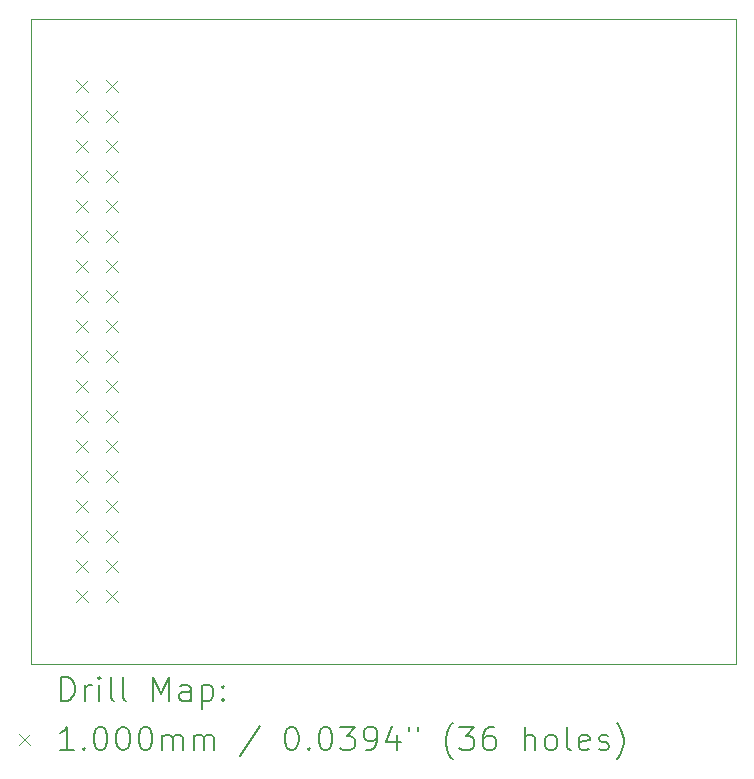
<source format=gbr>
%TF.GenerationSoftware,KiCad,Pcbnew,8.0.7*%
%TF.CreationDate,2025-04-14T04:35:45+02:00*%
%TF.ProjectId,Am29F400B-MEGA-adapter,416d3239-4634-4303-9042-2d4d4547412d,rev?*%
%TF.SameCoordinates,Original*%
%TF.FileFunction,Drillmap*%
%TF.FilePolarity,Positive*%
%FSLAX45Y45*%
G04 Gerber Fmt 4.5, Leading zero omitted, Abs format (unit mm)*
G04 Created by KiCad (PCBNEW 8.0.7) date 2025-04-14 04:35:45*
%MOMM*%
%LPD*%
G01*
G04 APERTURE LIST*
%ADD10C,0.050000*%
%ADD11C,0.200000*%
%ADD12C,0.100000*%
G04 APERTURE END LIST*
D10*
X11176000Y-6350000D02*
X11176000Y-11684000D01*
X11430000Y-6350000D02*
X11176000Y-6350000D01*
X17145000Y-11811000D02*
X17145000Y-6985000D01*
X11176000Y-11684000D02*
X11176000Y-11811000D01*
X16637000Y-11811000D02*
X17145000Y-11811000D01*
X11176000Y-11811000D02*
X16129000Y-11811000D01*
X16129000Y-11811000D02*
X16637000Y-11811000D01*
X17145000Y-6350000D02*
X11430000Y-6350000D01*
X17145000Y-6985000D02*
X17145000Y-6350000D01*
D11*
D12*
X11557800Y-6868000D02*
X11657800Y-6968000D01*
X11657800Y-6868000D02*
X11557800Y-6968000D01*
X11557800Y-7122000D02*
X11657800Y-7222000D01*
X11657800Y-7122000D02*
X11557800Y-7222000D01*
X11557800Y-7376000D02*
X11657800Y-7476000D01*
X11657800Y-7376000D02*
X11557800Y-7476000D01*
X11557800Y-7630000D02*
X11657800Y-7730000D01*
X11657800Y-7630000D02*
X11557800Y-7730000D01*
X11557800Y-7884000D02*
X11657800Y-7984000D01*
X11657800Y-7884000D02*
X11557800Y-7984000D01*
X11557800Y-8138000D02*
X11657800Y-8238000D01*
X11657800Y-8138000D02*
X11557800Y-8238000D01*
X11557800Y-8392000D02*
X11657800Y-8492000D01*
X11657800Y-8392000D02*
X11557800Y-8492000D01*
X11557800Y-8646000D02*
X11657800Y-8746000D01*
X11657800Y-8646000D02*
X11557800Y-8746000D01*
X11557800Y-8900000D02*
X11657800Y-9000000D01*
X11657800Y-8900000D02*
X11557800Y-9000000D01*
X11557800Y-9154000D02*
X11657800Y-9254000D01*
X11657800Y-9154000D02*
X11557800Y-9254000D01*
X11557800Y-9408000D02*
X11657800Y-9508000D01*
X11657800Y-9408000D02*
X11557800Y-9508000D01*
X11557800Y-9662000D02*
X11657800Y-9762000D01*
X11657800Y-9662000D02*
X11557800Y-9762000D01*
X11557800Y-9916000D02*
X11657800Y-10016000D01*
X11657800Y-9916000D02*
X11557800Y-10016000D01*
X11557800Y-10170000D02*
X11657800Y-10270000D01*
X11657800Y-10170000D02*
X11557800Y-10270000D01*
X11557800Y-10424000D02*
X11657800Y-10524000D01*
X11657800Y-10424000D02*
X11557800Y-10524000D01*
X11557800Y-10678000D02*
X11657800Y-10778000D01*
X11657800Y-10678000D02*
X11557800Y-10778000D01*
X11557800Y-10932000D02*
X11657800Y-11032000D01*
X11657800Y-10932000D02*
X11557800Y-11032000D01*
X11557800Y-11186000D02*
X11657800Y-11286000D01*
X11657800Y-11186000D02*
X11557800Y-11286000D01*
X11811800Y-6868000D02*
X11911800Y-6968000D01*
X11911800Y-6868000D02*
X11811800Y-6968000D01*
X11811800Y-7122000D02*
X11911800Y-7222000D01*
X11911800Y-7122000D02*
X11811800Y-7222000D01*
X11811800Y-7376000D02*
X11911800Y-7476000D01*
X11911800Y-7376000D02*
X11811800Y-7476000D01*
X11811800Y-7630000D02*
X11911800Y-7730000D01*
X11911800Y-7630000D02*
X11811800Y-7730000D01*
X11811800Y-7884000D02*
X11911800Y-7984000D01*
X11911800Y-7884000D02*
X11811800Y-7984000D01*
X11811800Y-8138000D02*
X11911800Y-8238000D01*
X11911800Y-8138000D02*
X11811800Y-8238000D01*
X11811800Y-8392000D02*
X11911800Y-8492000D01*
X11911800Y-8392000D02*
X11811800Y-8492000D01*
X11811800Y-8646000D02*
X11911800Y-8746000D01*
X11911800Y-8646000D02*
X11811800Y-8746000D01*
X11811800Y-8900000D02*
X11911800Y-9000000D01*
X11911800Y-8900000D02*
X11811800Y-9000000D01*
X11811800Y-9154000D02*
X11911800Y-9254000D01*
X11911800Y-9154000D02*
X11811800Y-9254000D01*
X11811800Y-9408000D02*
X11911800Y-9508000D01*
X11911800Y-9408000D02*
X11811800Y-9508000D01*
X11811800Y-9662000D02*
X11911800Y-9762000D01*
X11911800Y-9662000D02*
X11811800Y-9762000D01*
X11811800Y-9916000D02*
X11911800Y-10016000D01*
X11911800Y-9916000D02*
X11811800Y-10016000D01*
X11811800Y-10170000D02*
X11911800Y-10270000D01*
X11911800Y-10170000D02*
X11811800Y-10270000D01*
X11811800Y-10424000D02*
X11911800Y-10524000D01*
X11911800Y-10424000D02*
X11811800Y-10524000D01*
X11811800Y-10678000D02*
X11911800Y-10778000D01*
X11911800Y-10678000D02*
X11811800Y-10778000D01*
X11811800Y-10932000D02*
X11911800Y-11032000D01*
X11911800Y-10932000D02*
X11811800Y-11032000D01*
X11811800Y-11186000D02*
X11911800Y-11286000D01*
X11911800Y-11186000D02*
X11811800Y-11286000D01*
D11*
X11434277Y-12124984D02*
X11434277Y-11924984D01*
X11434277Y-11924984D02*
X11481896Y-11924984D01*
X11481896Y-11924984D02*
X11510467Y-11934508D01*
X11510467Y-11934508D02*
X11529515Y-11953555D01*
X11529515Y-11953555D02*
X11539039Y-11972603D01*
X11539039Y-11972603D02*
X11548562Y-12010698D01*
X11548562Y-12010698D02*
X11548562Y-12039269D01*
X11548562Y-12039269D02*
X11539039Y-12077365D01*
X11539039Y-12077365D02*
X11529515Y-12096412D01*
X11529515Y-12096412D02*
X11510467Y-12115460D01*
X11510467Y-12115460D02*
X11481896Y-12124984D01*
X11481896Y-12124984D02*
X11434277Y-12124984D01*
X11634277Y-12124984D02*
X11634277Y-11991650D01*
X11634277Y-12029746D02*
X11643801Y-12010698D01*
X11643801Y-12010698D02*
X11653324Y-12001174D01*
X11653324Y-12001174D02*
X11672372Y-11991650D01*
X11672372Y-11991650D02*
X11691420Y-11991650D01*
X11758086Y-12124984D02*
X11758086Y-11991650D01*
X11758086Y-11924984D02*
X11748562Y-11934508D01*
X11748562Y-11934508D02*
X11758086Y-11944031D01*
X11758086Y-11944031D02*
X11767610Y-11934508D01*
X11767610Y-11934508D02*
X11758086Y-11924984D01*
X11758086Y-11924984D02*
X11758086Y-11944031D01*
X11881896Y-12124984D02*
X11862848Y-12115460D01*
X11862848Y-12115460D02*
X11853324Y-12096412D01*
X11853324Y-12096412D02*
X11853324Y-11924984D01*
X11986658Y-12124984D02*
X11967610Y-12115460D01*
X11967610Y-12115460D02*
X11958086Y-12096412D01*
X11958086Y-12096412D02*
X11958086Y-11924984D01*
X12215229Y-12124984D02*
X12215229Y-11924984D01*
X12215229Y-11924984D02*
X12281896Y-12067841D01*
X12281896Y-12067841D02*
X12348562Y-11924984D01*
X12348562Y-11924984D02*
X12348562Y-12124984D01*
X12529515Y-12124984D02*
X12529515Y-12020222D01*
X12529515Y-12020222D02*
X12519991Y-12001174D01*
X12519991Y-12001174D02*
X12500943Y-11991650D01*
X12500943Y-11991650D02*
X12462848Y-11991650D01*
X12462848Y-11991650D02*
X12443801Y-12001174D01*
X12529515Y-12115460D02*
X12510467Y-12124984D01*
X12510467Y-12124984D02*
X12462848Y-12124984D01*
X12462848Y-12124984D02*
X12443801Y-12115460D01*
X12443801Y-12115460D02*
X12434277Y-12096412D01*
X12434277Y-12096412D02*
X12434277Y-12077365D01*
X12434277Y-12077365D02*
X12443801Y-12058317D01*
X12443801Y-12058317D02*
X12462848Y-12048793D01*
X12462848Y-12048793D02*
X12510467Y-12048793D01*
X12510467Y-12048793D02*
X12529515Y-12039269D01*
X12624753Y-11991650D02*
X12624753Y-12191650D01*
X12624753Y-12001174D02*
X12643801Y-11991650D01*
X12643801Y-11991650D02*
X12681896Y-11991650D01*
X12681896Y-11991650D02*
X12700943Y-12001174D01*
X12700943Y-12001174D02*
X12710467Y-12010698D01*
X12710467Y-12010698D02*
X12719991Y-12029746D01*
X12719991Y-12029746D02*
X12719991Y-12086888D01*
X12719991Y-12086888D02*
X12710467Y-12105936D01*
X12710467Y-12105936D02*
X12700943Y-12115460D01*
X12700943Y-12115460D02*
X12681896Y-12124984D01*
X12681896Y-12124984D02*
X12643801Y-12124984D01*
X12643801Y-12124984D02*
X12624753Y-12115460D01*
X12805705Y-12105936D02*
X12815229Y-12115460D01*
X12815229Y-12115460D02*
X12805705Y-12124984D01*
X12805705Y-12124984D02*
X12796182Y-12115460D01*
X12796182Y-12115460D02*
X12805705Y-12105936D01*
X12805705Y-12105936D02*
X12805705Y-12124984D01*
X12805705Y-12001174D02*
X12815229Y-12010698D01*
X12815229Y-12010698D02*
X12805705Y-12020222D01*
X12805705Y-12020222D02*
X12796182Y-12010698D01*
X12796182Y-12010698D02*
X12805705Y-12001174D01*
X12805705Y-12001174D02*
X12805705Y-12020222D01*
D12*
X11073500Y-12403500D02*
X11173500Y-12503500D01*
X11173500Y-12403500D02*
X11073500Y-12503500D01*
D11*
X11539039Y-12544984D02*
X11424753Y-12544984D01*
X11481896Y-12544984D02*
X11481896Y-12344984D01*
X11481896Y-12344984D02*
X11462848Y-12373555D01*
X11462848Y-12373555D02*
X11443801Y-12392603D01*
X11443801Y-12392603D02*
X11424753Y-12402127D01*
X11624753Y-12525936D02*
X11634277Y-12535460D01*
X11634277Y-12535460D02*
X11624753Y-12544984D01*
X11624753Y-12544984D02*
X11615229Y-12535460D01*
X11615229Y-12535460D02*
X11624753Y-12525936D01*
X11624753Y-12525936D02*
X11624753Y-12544984D01*
X11758086Y-12344984D02*
X11777134Y-12344984D01*
X11777134Y-12344984D02*
X11796182Y-12354508D01*
X11796182Y-12354508D02*
X11805705Y-12364031D01*
X11805705Y-12364031D02*
X11815229Y-12383079D01*
X11815229Y-12383079D02*
X11824753Y-12421174D01*
X11824753Y-12421174D02*
X11824753Y-12468793D01*
X11824753Y-12468793D02*
X11815229Y-12506888D01*
X11815229Y-12506888D02*
X11805705Y-12525936D01*
X11805705Y-12525936D02*
X11796182Y-12535460D01*
X11796182Y-12535460D02*
X11777134Y-12544984D01*
X11777134Y-12544984D02*
X11758086Y-12544984D01*
X11758086Y-12544984D02*
X11739039Y-12535460D01*
X11739039Y-12535460D02*
X11729515Y-12525936D01*
X11729515Y-12525936D02*
X11719991Y-12506888D01*
X11719991Y-12506888D02*
X11710467Y-12468793D01*
X11710467Y-12468793D02*
X11710467Y-12421174D01*
X11710467Y-12421174D02*
X11719991Y-12383079D01*
X11719991Y-12383079D02*
X11729515Y-12364031D01*
X11729515Y-12364031D02*
X11739039Y-12354508D01*
X11739039Y-12354508D02*
X11758086Y-12344984D01*
X11948562Y-12344984D02*
X11967610Y-12344984D01*
X11967610Y-12344984D02*
X11986658Y-12354508D01*
X11986658Y-12354508D02*
X11996182Y-12364031D01*
X11996182Y-12364031D02*
X12005705Y-12383079D01*
X12005705Y-12383079D02*
X12015229Y-12421174D01*
X12015229Y-12421174D02*
X12015229Y-12468793D01*
X12015229Y-12468793D02*
X12005705Y-12506888D01*
X12005705Y-12506888D02*
X11996182Y-12525936D01*
X11996182Y-12525936D02*
X11986658Y-12535460D01*
X11986658Y-12535460D02*
X11967610Y-12544984D01*
X11967610Y-12544984D02*
X11948562Y-12544984D01*
X11948562Y-12544984D02*
X11929515Y-12535460D01*
X11929515Y-12535460D02*
X11919991Y-12525936D01*
X11919991Y-12525936D02*
X11910467Y-12506888D01*
X11910467Y-12506888D02*
X11900943Y-12468793D01*
X11900943Y-12468793D02*
X11900943Y-12421174D01*
X11900943Y-12421174D02*
X11910467Y-12383079D01*
X11910467Y-12383079D02*
X11919991Y-12364031D01*
X11919991Y-12364031D02*
X11929515Y-12354508D01*
X11929515Y-12354508D02*
X11948562Y-12344984D01*
X12139039Y-12344984D02*
X12158086Y-12344984D01*
X12158086Y-12344984D02*
X12177134Y-12354508D01*
X12177134Y-12354508D02*
X12186658Y-12364031D01*
X12186658Y-12364031D02*
X12196182Y-12383079D01*
X12196182Y-12383079D02*
X12205705Y-12421174D01*
X12205705Y-12421174D02*
X12205705Y-12468793D01*
X12205705Y-12468793D02*
X12196182Y-12506888D01*
X12196182Y-12506888D02*
X12186658Y-12525936D01*
X12186658Y-12525936D02*
X12177134Y-12535460D01*
X12177134Y-12535460D02*
X12158086Y-12544984D01*
X12158086Y-12544984D02*
X12139039Y-12544984D01*
X12139039Y-12544984D02*
X12119991Y-12535460D01*
X12119991Y-12535460D02*
X12110467Y-12525936D01*
X12110467Y-12525936D02*
X12100943Y-12506888D01*
X12100943Y-12506888D02*
X12091420Y-12468793D01*
X12091420Y-12468793D02*
X12091420Y-12421174D01*
X12091420Y-12421174D02*
X12100943Y-12383079D01*
X12100943Y-12383079D02*
X12110467Y-12364031D01*
X12110467Y-12364031D02*
X12119991Y-12354508D01*
X12119991Y-12354508D02*
X12139039Y-12344984D01*
X12291420Y-12544984D02*
X12291420Y-12411650D01*
X12291420Y-12430698D02*
X12300943Y-12421174D01*
X12300943Y-12421174D02*
X12319991Y-12411650D01*
X12319991Y-12411650D02*
X12348563Y-12411650D01*
X12348563Y-12411650D02*
X12367610Y-12421174D01*
X12367610Y-12421174D02*
X12377134Y-12440222D01*
X12377134Y-12440222D02*
X12377134Y-12544984D01*
X12377134Y-12440222D02*
X12386658Y-12421174D01*
X12386658Y-12421174D02*
X12405705Y-12411650D01*
X12405705Y-12411650D02*
X12434277Y-12411650D01*
X12434277Y-12411650D02*
X12453324Y-12421174D01*
X12453324Y-12421174D02*
X12462848Y-12440222D01*
X12462848Y-12440222D02*
X12462848Y-12544984D01*
X12558086Y-12544984D02*
X12558086Y-12411650D01*
X12558086Y-12430698D02*
X12567610Y-12421174D01*
X12567610Y-12421174D02*
X12586658Y-12411650D01*
X12586658Y-12411650D02*
X12615229Y-12411650D01*
X12615229Y-12411650D02*
X12634277Y-12421174D01*
X12634277Y-12421174D02*
X12643801Y-12440222D01*
X12643801Y-12440222D02*
X12643801Y-12544984D01*
X12643801Y-12440222D02*
X12653324Y-12421174D01*
X12653324Y-12421174D02*
X12672372Y-12411650D01*
X12672372Y-12411650D02*
X12700943Y-12411650D01*
X12700943Y-12411650D02*
X12719991Y-12421174D01*
X12719991Y-12421174D02*
X12729515Y-12440222D01*
X12729515Y-12440222D02*
X12729515Y-12544984D01*
X13119991Y-12335460D02*
X12948563Y-12592603D01*
X13377134Y-12344984D02*
X13396182Y-12344984D01*
X13396182Y-12344984D02*
X13415229Y-12354508D01*
X13415229Y-12354508D02*
X13424753Y-12364031D01*
X13424753Y-12364031D02*
X13434277Y-12383079D01*
X13434277Y-12383079D02*
X13443801Y-12421174D01*
X13443801Y-12421174D02*
X13443801Y-12468793D01*
X13443801Y-12468793D02*
X13434277Y-12506888D01*
X13434277Y-12506888D02*
X13424753Y-12525936D01*
X13424753Y-12525936D02*
X13415229Y-12535460D01*
X13415229Y-12535460D02*
X13396182Y-12544984D01*
X13396182Y-12544984D02*
X13377134Y-12544984D01*
X13377134Y-12544984D02*
X13358086Y-12535460D01*
X13358086Y-12535460D02*
X13348563Y-12525936D01*
X13348563Y-12525936D02*
X13339039Y-12506888D01*
X13339039Y-12506888D02*
X13329515Y-12468793D01*
X13329515Y-12468793D02*
X13329515Y-12421174D01*
X13329515Y-12421174D02*
X13339039Y-12383079D01*
X13339039Y-12383079D02*
X13348563Y-12364031D01*
X13348563Y-12364031D02*
X13358086Y-12354508D01*
X13358086Y-12354508D02*
X13377134Y-12344984D01*
X13529515Y-12525936D02*
X13539039Y-12535460D01*
X13539039Y-12535460D02*
X13529515Y-12544984D01*
X13529515Y-12544984D02*
X13519991Y-12535460D01*
X13519991Y-12535460D02*
X13529515Y-12525936D01*
X13529515Y-12525936D02*
X13529515Y-12544984D01*
X13662848Y-12344984D02*
X13681896Y-12344984D01*
X13681896Y-12344984D02*
X13700944Y-12354508D01*
X13700944Y-12354508D02*
X13710467Y-12364031D01*
X13710467Y-12364031D02*
X13719991Y-12383079D01*
X13719991Y-12383079D02*
X13729515Y-12421174D01*
X13729515Y-12421174D02*
X13729515Y-12468793D01*
X13729515Y-12468793D02*
X13719991Y-12506888D01*
X13719991Y-12506888D02*
X13710467Y-12525936D01*
X13710467Y-12525936D02*
X13700944Y-12535460D01*
X13700944Y-12535460D02*
X13681896Y-12544984D01*
X13681896Y-12544984D02*
X13662848Y-12544984D01*
X13662848Y-12544984D02*
X13643801Y-12535460D01*
X13643801Y-12535460D02*
X13634277Y-12525936D01*
X13634277Y-12525936D02*
X13624753Y-12506888D01*
X13624753Y-12506888D02*
X13615229Y-12468793D01*
X13615229Y-12468793D02*
X13615229Y-12421174D01*
X13615229Y-12421174D02*
X13624753Y-12383079D01*
X13624753Y-12383079D02*
X13634277Y-12364031D01*
X13634277Y-12364031D02*
X13643801Y-12354508D01*
X13643801Y-12354508D02*
X13662848Y-12344984D01*
X13796182Y-12344984D02*
X13919991Y-12344984D01*
X13919991Y-12344984D02*
X13853325Y-12421174D01*
X13853325Y-12421174D02*
X13881896Y-12421174D01*
X13881896Y-12421174D02*
X13900944Y-12430698D01*
X13900944Y-12430698D02*
X13910467Y-12440222D01*
X13910467Y-12440222D02*
X13919991Y-12459269D01*
X13919991Y-12459269D02*
X13919991Y-12506888D01*
X13919991Y-12506888D02*
X13910467Y-12525936D01*
X13910467Y-12525936D02*
X13900944Y-12535460D01*
X13900944Y-12535460D02*
X13881896Y-12544984D01*
X13881896Y-12544984D02*
X13824753Y-12544984D01*
X13824753Y-12544984D02*
X13805706Y-12535460D01*
X13805706Y-12535460D02*
X13796182Y-12525936D01*
X14015229Y-12544984D02*
X14053325Y-12544984D01*
X14053325Y-12544984D02*
X14072372Y-12535460D01*
X14072372Y-12535460D02*
X14081896Y-12525936D01*
X14081896Y-12525936D02*
X14100944Y-12497365D01*
X14100944Y-12497365D02*
X14110467Y-12459269D01*
X14110467Y-12459269D02*
X14110467Y-12383079D01*
X14110467Y-12383079D02*
X14100944Y-12364031D01*
X14100944Y-12364031D02*
X14091420Y-12354508D01*
X14091420Y-12354508D02*
X14072372Y-12344984D01*
X14072372Y-12344984D02*
X14034277Y-12344984D01*
X14034277Y-12344984D02*
X14015229Y-12354508D01*
X14015229Y-12354508D02*
X14005706Y-12364031D01*
X14005706Y-12364031D02*
X13996182Y-12383079D01*
X13996182Y-12383079D02*
X13996182Y-12430698D01*
X13996182Y-12430698D02*
X14005706Y-12449746D01*
X14005706Y-12449746D02*
X14015229Y-12459269D01*
X14015229Y-12459269D02*
X14034277Y-12468793D01*
X14034277Y-12468793D02*
X14072372Y-12468793D01*
X14072372Y-12468793D02*
X14091420Y-12459269D01*
X14091420Y-12459269D02*
X14100944Y-12449746D01*
X14100944Y-12449746D02*
X14110467Y-12430698D01*
X14281896Y-12411650D02*
X14281896Y-12544984D01*
X14234277Y-12335460D02*
X14186658Y-12478317D01*
X14186658Y-12478317D02*
X14310467Y-12478317D01*
X14377134Y-12344984D02*
X14377134Y-12383079D01*
X14453325Y-12344984D02*
X14453325Y-12383079D01*
X14748563Y-12621174D02*
X14739039Y-12611650D01*
X14739039Y-12611650D02*
X14719991Y-12583079D01*
X14719991Y-12583079D02*
X14710468Y-12564031D01*
X14710468Y-12564031D02*
X14700944Y-12535460D01*
X14700944Y-12535460D02*
X14691420Y-12487841D01*
X14691420Y-12487841D02*
X14691420Y-12449746D01*
X14691420Y-12449746D02*
X14700944Y-12402127D01*
X14700944Y-12402127D02*
X14710468Y-12373555D01*
X14710468Y-12373555D02*
X14719991Y-12354508D01*
X14719991Y-12354508D02*
X14739039Y-12325936D01*
X14739039Y-12325936D02*
X14748563Y-12316412D01*
X14805706Y-12344984D02*
X14929515Y-12344984D01*
X14929515Y-12344984D02*
X14862848Y-12421174D01*
X14862848Y-12421174D02*
X14891420Y-12421174D01*
X14891420Y-12421174D02*
X14910468Y-12430698D01*
X14910468Y-12430698D02*
X14919991Y-12440222D01*
X14919991Y-12440222D02*
X14929515Y-12459269D01*
X14929515Y-12459269D02*
X14929515Y-12506888D01*
X14929515Y-12506888D02*
X14919991Y-12525936D01*
X14919991Y-12525936D02*
X14910468Y-12535460D01*
X14910468Y-12535460D02*
X14891420Y-12544984D01*
X14891420Y-12544984D02*
X14834277Y-12544984D01*
X14834277Y-12544984D02*
X14815229Y-12535460D01*
X14815229Y-12535460D02*
X14805706Y-12525936D01*
X15100944Y-12344984D02*
X15062848Y-12344984D01*
X15062848Y-12344984D02*
X15043801Y-12354508D01*
X15043801Y-12354508D02*
X15034277Y-12364031D01*
X15034277Y-12364031D02*
X15015229Y-12392603D01*
X15015229Y-12392603D02*
X15005706Y-12430698D01*
X15005706Y-12430698D02*
X15005706Y-12506888D01*
X15005706Y-12506888D02*
X15015229Y-12525936D01*
X15015229Y-12525936D02*
X15024753Y-12535460D01*
X15024753Y-12535460D02*
X15043801Y-12544984D01*
X15043801Y-12544984D02*
X15081896Y-12544984D01*
X15081896Y-12544984D02*
X15100944Y-12535460D01*
X15100944Y-12535460D02*
X15110468Y-12525936D01*
X15110468Y-12525936D02*
X15119991Y-12506888D01*
X15119991Y-12506888D02*
X15119991Y-12459269D01*
X15119991Y-12459269D02*
X15110468Y-12440222D01*
X15110468Y-12440222D02*
X15100944Y-12430698D01*
X15100944Y-12430698D02*
X15081896Y-12421174D01*
X15081896Y-12421174D02*
X15043801Y-12421174D01*
X15043801Y-12421174D02*
X15024753Y-12430698D01*
X15024753Y-12430698D02*
X15015229Y-12440222D01*
X15015229Y-12440222D02*
X15005706Y-12459269D01*
X15358087Y-12544984D02*
X15358087Y-12344984D01*
X15443801Y-12544984D02*
X15443801Y-12440222D01*
X15443801Y-12440222D02*
X15434277Y-12421174D01*
X15434277Y-12421174D02*
X15415230Y-12411650D01*
X15415230Y-12411650D02*
X15386658Y-12411650D01*
X15386658Y-12411650D02*
X15367610Y-12421174D01*
X15367610Y-12421174D02*
X15358087Y-12430698D01*
X15567610Y-12544984D02*
X15548563Y-12535460D01*
X15548563Y-12535460D02*
X15539039Y-12525936D01*
X15539039Y-12525936D02*
X15529515Y-12506888D01*
X15529515Y-12506888D02*
X15529515Y-12449746D01*
X15529515Y-12449746D02*
X15539039Y-12430698D01*
X15539039Y-12430698D02*
X15548563Y-12421174D01*
X15548563Y-12421174D02*
X15567610Y-12411650D01*
X15567610Y-12411650D02*
X15596182Y-12411650D01*
X15596182Y-12411650D02*
X15615230Y-12421174D01*
X15615230Y-12421174D02*
X15624753Y-12430698D01*
X15624753Y-12430698D02*
X15634277Y-12449746D01*
X15634277Y-12449746D02*
X15634277Y-12506888D01*
X15634277Y-12506888D02*
X15624753Y-12525936D01*
X15624753Y-12525936D02*
X15615230Y-12535460D01*
X15615230Y-12535460D02*
X15596182Y-12544984D01*
X15596182Y-12544984D02*
X15567610Y-12544984D01*
X15748563Y-12544984D02*
X15729515Y-12535460D01*
X15729515Y-12535460D02*
X15719991Y-12516412D01*
X15719991Y-12516412D02*
X15719991Y-12344984D01*
X15900944Y-12535460D02*
X15881896Y-12544984D01*
X15881896Y-12544984D02*
X15843801Y-12544984D01*
X15843801Y-12544984D02*
X15824753Y-12535460D01*
X15824753Y-12535460D02*
X15815230Y-12516412D01*
X15815230Y-12516412D02*
X15815230Y-12440222D01*
X15815230Y-12440222D02*
X15824753Y-12421174D01*
X15824753Y-12421174D02*
X15843801Y-12411650D01*
X15843801Y-12411650D02*
X15881896Y-12411650D01*
X15881896Y-12411650D02*
X15900944Y-12421174D01*
X15900944Y-12421174D02*
X15910468Y-12440222D01*
X15910468Y-12440222D02*
X15910468Y-12459269D01*
X15910468Y-12459269D02*
X15815230Y-12478317D01*
X15986658Y-12535460D02*
X16005706Y-12544984D01*
X16005706Y-12544984D02*
X16043801Y-12544984D01*
X16043801Y-12544984D02*
X16062849Y-12535460D01*
X16062849Y-12535460D02*
X16072372Y-12516412D01*
X16072372Y-12516412D02*
X16072372Y-12506888D01*
X16072372Y-12506888D02*
X16062849Y-12487841D01*
X16062849Y-12487841D02*
X16043801Y-12478317D01*
X16043801Y-12478317D02*
X16015230Y-12478317D01*
X16015230Y-12478317D02*
X15996182Y-12468793D01*
X15996182Y-12468793D02*
X15986658Y-12449746D01*
X15986658Y-12449746D02*
X15986658Y-12440222D01*
X15986658Y-12440222D02*
X15996182Y-12421174D01*
X15996182Y-12421174D02*
X16015230Y-12411650D01*
X16015230Y-12411650D02*
X16043801Y-12411650D01*
X16043801Y-12411650D02*
X16062849Y-12421174D01*
X16139039Y-12621174D02*
X16148563Y-12611650D01*
X16148563Y-12611650D02*
X16167611Y-12583079D01*
X16167611Y-12583079D02*
X16177134Y-12564031D01*
X16177134Y-12564031D02*
X16186658Y-12535460D01*
X16186658Y-12535460D02*
X16196182Y-12487841D01*
X16196182Y-12487841D02*
X16196182Y-12449746D01*
X16196182Y-12449746D02*
X16186658Y-12402127D01*
X16186658Y-12402127D02*
X16177134Y-12373555D01*
X16177134Y-12373555D02*
X16167611Y-12354508D01*
X16167611Y-12354508D02*
X16148563Y-12325936D01*
X16148563Y-12325936D02*
X16139039Y-12316412D01*
M02*

</source>
